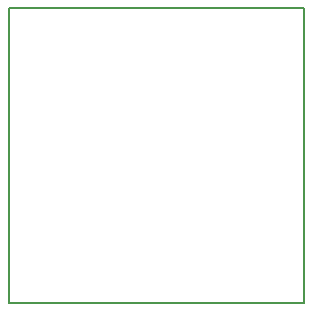
<source format=gko>
G04*
G04 #@! TF.GenerationSoftware,Altium Limited,Altium Designer,19.1.1 (5)*
G04*
G04 Layer_Color=16711935*
%FSLAX25Y25*%
%MOIN*%
G70*
G01*
G75*
%ADD16C,0.00787*%
D16*
X0Y0D02*
Y98425D01*
X98425D01*
Y0D02*
Y98425D01*
X0Y0D02*
X98425D01*
M02*

</source>
